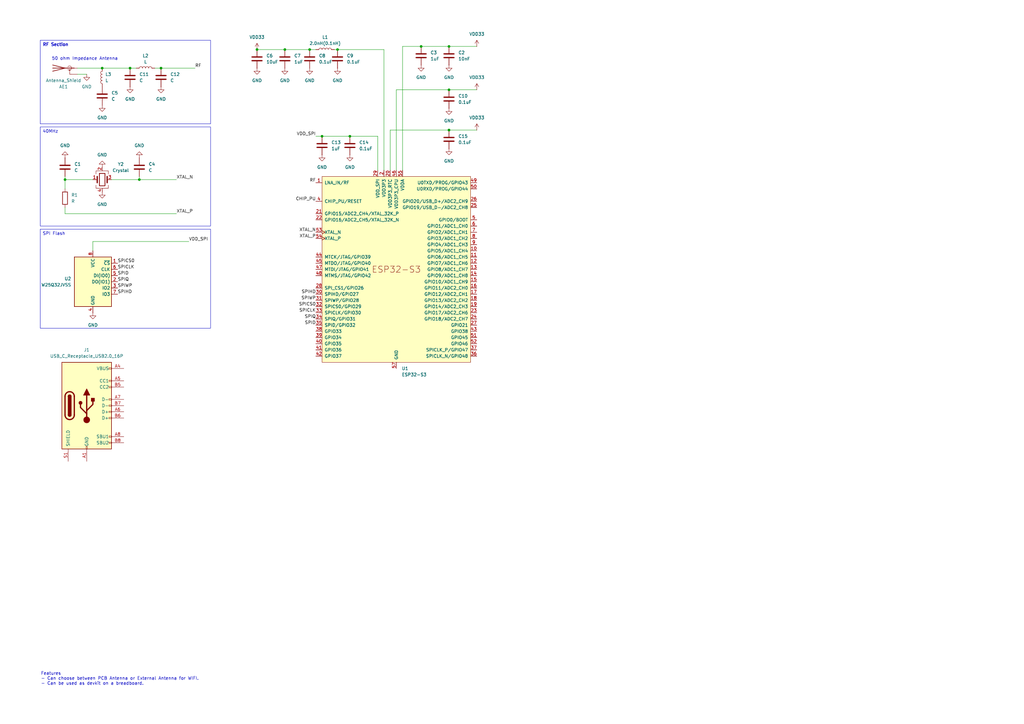
<source format=kicad_sch>
(kicad_sch (version 20231120) (generator "eeschema") (generator_version "8.0")
  (paper "A3")
  (title_block (title "SAC25 Ground Station") (company "Chulalongkorn University High Altitude Research Club"))
  (lib_symbols
    (symbol "Connector:USB_C_Receptacle_USB2.0_16P" (pin_names (offset 1.016))
      (property "Reference" "J" (at 0 22.225 0))
      (property "Value" "USB_C_Receptacle_USB2.0_16P" (at 0 19.685 0))
      (symbol "USB_C_Receptacle_USB2.0_16P_0_0"
        (rectangle (start -0.254 -17.78) (end 0.254 -16.764))
        (rectangle (start 10.16 -14.986) (end 9.144 -15.494))
        (rectangle (start 10.16 -12.446) (end 9.144 -12.954))
        (rectangle (start 10.16 -4.826) (end 9.144 -5.334))
        (rectangle (start 10.16 -2.286) (end 9.144 -2.794))
        (rectangle (start 10.16 0.254) (end 9.144 -0.254))
        (rectangle (start 10.16 2.794) (end 9.144 2.286))
        (rectangle (start 10.16 7.874) (end 9.144 7.366))
        (rectangle (start 10.16 10.414) (end 9.144 9.906))
        (rectangle (start 10.16 15.494) (end 9.144 14.986))
      )
      (symbol "USB_C_Receptacle_USB2.0_16P_0_1"
        (rectangle (start -10.16 17.78) (end 10.16 -17.78) (stroke (width 0.254)) (fill (type background)))
        (arc (start -8.89 -3.81) (mid -6.985 -5.7067) (end -5.08 -3.81) (stroke (width 0.508)))
        (arc (start -7.62 -3.81) (mid -6.985 -4.4423) (end -6.35 -3.81) (stroke (width 0.254)))
        (arc (start -7.62 -3.81) (mid -6.985 -4.4423) (end -6.35 -3.81) (stroke (width 0.254)) (fill (type outline)))
        (rectangle (start -7.62 -3.81) (end -6.35 3.81) (stroke (width 0.254)) (fill (type outline)))
        (arc (start -6.35 3.81) (mid -6.985 4.4423) (end -7.62 3.81) (stroke (width 0.254)))
        (arc (start -6.35 3.81) (mid -6.985 4.4423) (end -7.62 3.81) (stroke (width 0.254)) (fill (type outline)))
        (arc (start -5.08 3.81) (mid -6.985 5.7067) (end -8.89 3.81) (stroke (width 0.508)))
        (circle (center -2.54 1.143) (radius 0.635) (stroke (width 0.254)) (fill (type outline)))
        (circle (center 0 -5.842) (radius 1.27) (fill (type outline)))
        (polyline (pts (xy -8.89 -3.81) (xy -8.89 3.81)) (stroke (width 0.508)))
        (polyline (pts (xy -5.08 3.81) (xy -5.08 -3.81)) (stroke (width 0.508)))
        (polyline (pts (xy 0 -5.842) (xy 0 4.318)) (stroke (width 0.508)))
        (polyline (pts (xy 0 -3.302) (xy -2.54 -0.762) (xy -2.54 0.508)) (stroke (width 0.508)))
        (polyline (pts (xy 0 -2.032) (xy 2.54 0.508) (xy 2.54 1.778)) (stroke (width 0.508)))
        (polyline (pts (xy -1.27 4.318) (xy 0 6.858) (xy 1.27 4.318) (xy -1.27 4.318)) (stroke (width 0.254)) (fill (type outline)))
        (rectangle (start 1.905 1.778) (end 3.175 3.048) (stroke (width 0.254)) (fill (type outline)))
      )
      (symbol "USB_C_Receptacle_USB2.0_16P_1_1"
        (pin passive line (at 0 -22.86 90) (length 5.08) (name "GND") (number "A1"))
        (pin passive line (at 0 -22.86 90) (length 5.08) hide (name "GND") (number "A12"))
        (pin passive line (at 15.24 15.24 180) (length 5.08) (name "VBUS") (number "A4"))
        (pin bidirectional line (at 15.24 10.16 180) (length 5.08) (name "CC1") (number "A5"))
        (pin bidirectional line (at 15.24 -2.54 180) (length 5.08) (name "D+") (number "A6"))
        (pin bidirectional line (at 15.24 2.54 180) (length 5.08) (name "D-") (number "A7"))
        (pin bidirectional line (at 15.24 -12.7 180) (length 5.08) (name "SBU1") (number "A8"))
        (pin passive line (at 15.24 15.24 180) (length 5.08) hide (name "VBUS") (number "A9"))
        (pin passive line (at 0 -22.86 90) (length 5.08) hide (name "GND") (number "B1"))
        (pin passive line (at 0 -22.86 90) (length 5.08) hide (name "GND") (number "B12"))
        (pin passive line (at 15.24 15.24 180) (length 5.08) hide (name "VBUS") (number "B4"))
        (pin bidirectional line (at 15.24 7.62 180) (length 5.08) (name "CC2") (number "B5"))
        (pin bidirectional line (at 15.24 -5.08 180) (length 5.08) (name "D+") (number "B6"))
        (pin bidirectional line (at 15.24 0 180) (length 5.08) (name "D-") (number "B7"))
        (pin bidirectional line (at 15.24 -15.24 180) (length 5.08) (name "SBU2") (number "B8"))
        (pin passive line (at 15.24 15.24 180) (length 5.08) hide (name "VBUS") (number "B9"))
        (pin passive line (at -7.62 -22.86 90) (length 5.08) (name "SHIELD") (number "S1"))
      )
    )
    (symbol "Device:Antenna_Shield" (pin_numbers hide) (pin_names (offset 1.016) hide)
      (property "Reference" "AE" (at -1.905 4.445 0))
      (property "Value" "Antenna_Shield" (at -1.905 2.54 0))
      (symbol "Antenna_Shield_0_1"
        (arc (start -0.508 -1.143) (mid -0.8429 -2.1194) (end 0 -2.667))
        (arc (start 0 -2.667) (mid 0.7989 -2.1052) (end 0.508 -1.143))
        (polyline (pts (xy 0 -2.54) (xy 0 0)))
        (polyline (pts (xy 0 5.08) (xy 0 -3.81)) (stroke (width 0.254)))
        (polyline (pts (xy 0.762 -1.905) (xy 2.54 -1.905)))
        (polyline (pts (xy 2.54 -2.54) (xy 2.54 -1.905)))
        (polyline (pts (xy 1.27 5.08) (xy 0 0) (xy -1.27 5.08)) (stroke (width 0.254)))
        (circle (center 0.762 -1.905) (radius 0.1778) (fill (type outline)))
      )
      (symbol "Antenna_Shield_1_1"
        (pin input line (at 0 -5.08 90) (length 2.54) (name "A") (number "1"))
        (pin input line (at 2.54 -5.08 90) (length 2.54) (name "Shield") (number "2"))
      )
    )
    (symbol "Device:C" (pin_numbers hide) (pin_names (offset 0.254))
      (property "Reference" "C" (at 0.635 2.54 0))
      (property "Value" "C" (at 0.635 -2.54 0))
      (symbol "C_0_1"
        (polyline (pts (xy -2.032 -0.762) (xy 2.032 -0.762)) (stroke (width 0.508)))
        (polyline (pts (xy -2.032 0.762) (xy 2.032 0.762)) (stroke (width 0.508)))
      )
      (symbol "C_1_1"
        (pin passive line (at 0 3.81 270) (length 2.794) (name "~") (number "1"))
        (pin passive line (at 0 -3.81 90) (length 2.794) (name "~") (number "2"))
      )
    )
    (symbol "Device:Crystal_GND24" (pin_names (offset 1.016) hide)
      (property "Reference" "Y" (at 3.175 5.08 0))
      (property "Value" "Crystal_GND24" (at 3.175 3.175 0))
      (symbol "Crystal_GND24_0_1"
        (rectangle (start -1.143 2.54) (end 1.143 -2.54) (stroke (width 0.3048)))
        (polyline (pts (xy -2.54 0) (xy -2.032 0)))
        (polyline (pts (xy -2.032 -1.27) (xy -2.032 1.27)) (stroke (width 0.508)))
        (polyline (pts (xy 0 -3.81) (xy 0 -3.556)))
        (polyline (pts (xy 0 3.556) (xy 0 3.81)))
        (polyline (pts (xy 2.032 -1.27) (xy 2.032 1.27)) (stroke (width 0.508)))
        (polyline (pts (xy 2.032 0) (xy 2.54 0)))
        (polyline (pts (xy -2.54 -2.286) (xy -2.54 -3.556) (xy 2.54 -3.556) (xy 2.54 -2.286)))
        (polyline (pts (xy -2.54 2.286) (xy -2.54 3.556) (xy 2.54 3.556) (xy 2.54 2.286)))
      )
      (symbol "Crystal_GND24_1_1"
        (pin passive line (at -3.81 0 0) (length 1.27) (name "1") (number "1"))
        (pin passive line (at 0 5.08 270) (length 1.27) (name "2") (number "2"))
        (pin passive line (at 3.81 0 180) (length 1.27) (name "3") (number "3"))
        (pin passive line (at 0 -5.08 90) (length 1.27) (name "4") (number "4"))
      )
    )
    (symbol "Device:L" (pin_numbers hide) (pin_names (offset 1.016) hide)
      (property "Reference" "L" (at -1.27 0 90))
      (property "Value" "L" (at 1.905 0 90))
      (symbol "L_0_1"
        (arc (start 0 -2.54) (mid 0.6323 -1.905) (end 0 -1.27))
        (arc (start 0 -1.27) (mid 0.6323 -0.635) (end 0 0))
        (arc (start 0 0) (mid 0.6323 0.635) (end 0 1.27))
        (arc (start 0 1.27) (mid 0.6323 1.905) (end 0 2.54))
      )
      (symbol "L_1_1"
        (pin passive line (at 0 3.81 270) (length 1.27) (name "1") (number "1"))
        (pin passive line (at 0 -3.81 90) (length 1.27) (name "2") (number "2"))
      )
    )
    (symbol "Device:R" (pin_numbers hide) (pin_names (offset 0))
      (property "Reference" "R" (at 2.032 0 90))
      (property "Value" "R" (at 0 0 90))
      (symbol "R_0_1"
        (rectangle (start -1.016 -2.54) (end 1.016 2.54) (stroke (width 0.254)))
      )
      (symbol "R_1_1"
        (pin passive line (at 0 3.81 270) (length 1.27) (name "~") (number "1"))
        (pin passive line (at 0 -3.81 90) (length 1.27) (name "~") (number "2"))
      )
    )
    (symbol "Memory_Flash:W25Q32JVSS"
      (property "Reference" "U" (at -6.35 11.43 0))
      (property "Value" "W25Q32JVSS" (at 7.62 11.43 0))
      (symbol "W25Q32JVSS_0_1"
        (rectangle (start -7.62 10.16) (end 7.62 -10.16) (stroke (width 0.254)) (fill (type background)))
      )
      (symbol "W25Q32JVSS_1_1"
        (pin input line (at -10.16 7.62 0) (length 2.54) (name "~{CS}") (number "1"))
        (pin bidirectional line (at -10.16 0 0) (length 2.54) (name "DO(IO1)") (number "2"))
        (pin bidirectional line (at -10.16 -2.54 0) (length 2.54) (name "IO2") (number "3"))
        (pin power_in line (at 0 -12.7 90) (length 2.54) (name "GND") (number "4"))
        (pin bidirectional line (at -10.16 2.54 0) (length 2.54) (name "DI(IO0)") (number "5"))
        (pin input line (at -10.16 5.08 0) (length 2.54) (name "CLK") (number "6"))
        (pin bidirectional line (at -10.16 -5.08 0) (length 2.54) (name "IO3") (number "7"))
        (pin power_in line (at 0 12.7 270) (length 2.54) (name "VCC") (number "8"))
      )
    )
    (symbol "PCM_Espressif:ESP32-S3" (pin_names (offset 1.016))
      (property "Reference" "U" (at -30.48 43.18 0))
      (property "Value" "ESP32-S3" (at -30.48 40.64 0))
      (symbol "ESP32-S3_0_0"
        (text "ESP32-S3" (at 0 0 0) (effects (font (size 2.54 2.54))))
        (pin bidirectional line (at 33.02 -35.56 180) (length 2.54) (name "SPICLK_N/GPIO48") (number "36"))
        (pin bidirectional line (at 33.02 -33.02 180) (length 2.54) (name "SPICLK_P/GPIO47") (number "37"))
      )
      (symbol "ESP32-S3_0_1"
        (rectangle (start -30.48 38.1) (end 30.48 -38.1) (fill (type background)))
      )
      (symbol "ESP32-S3_1_1"
        (pin bidirectional line (at -33.02 35.56 0) (length 2.54) (name "LNA_IN/RF") (number "1"))
        (pin bidirectional line (at 33.02 7.62 180) (length 2.54) (name "GPIO5/ADC1_CH4") (number "10"))
        (pin bidirectional line (at 33.02 5.08 180) (length 2.54) (name "GPIO6/ADC1_CH5") (number "11"))
        (pin bidirectional line (at 33.02 2.54 180) (length 2.54) (name "GPIO7/ADC1_CH6") (number "12"))
        (pin bidirectional line (at 33.02 0 180) (length 2.54) (name "GPIO8/ADC1_CH7") (number "13"))
        (pin bidirectional line (at 33.02 -2.54 180) (length 2.54) (name "GPIO9/ADC1_CH8") (number "14"))
        (pin bidirectional line (at 33.02 -5.08 180) (length 2.54) (name "GPIO10/ADC1_CH9") (number "15"))
        (pin bidirectional line (at 33.02 -7.62 180) (length 2.54) (name "GPIO11/ADC2_CH0") (number "16"))
        (pin bidirectional line (at 33.02 -10.16 180) (length 2.54) (name "GPIO12/ADC2_CH1") (number "17"))
        (pin bidirectional line (at 33.02 -12.7 180) (length 2.54) (name "GPIO13/ADC2_CH2") (number "18"))
        (pin bidirectional line (at 33.02 -15.24 180) (length 2.54) (name "GPIO14/ADC2_CH3") (number "19"))
        (pin power_in line (at -5.08 40.64 270) (length 2.54) (name "VDD3P3") (number "2"))
        (pin power_in line (at -2.54 40.64 270) (length 2.54) (name "VDD3P3_RTC") (number "20"))
        (pin bidirectional line (at -33.02 22.86 0) (length 2.54) (name "GPIO15/ADC2_CH4/XTAL_32K_P") (number "21"))
        (pin bidirectional line (at -33.02 20.32 0) (length 2.54) (name "GPIO16/ADC2_CH5/XTAL_32K_N") (number "22"))
        (pin bidirectional line (at 33.02 -17.78 180) (length 2.54) (name "GPIO17/ADC2_CH6") (number "23"))
        (pin bidirectional line (at 33.02 -20.32 180) (length 2.54) (name "GPIO18/ADC2_CH7") (number "24"))
        (pin bidirectional line (at 33.02 25.4 180) (length 2.54) (name "GPIO19/USB_D-/ADC2_CH8") (number "25"))
        (pin bidirectional line (at 33.02 27.94 180) (length 2.54) (name "GPIO20/USB_D+/ADC2_CH9") (number "26"))
        (pin bidirectional line (at 33.02 -22.86 180) (length 2.54) (name "GPIO21") (number "27"))
        (pin bidirectional line (at -33.02 -7.62 0) (length 2.54) (name "SPI_CS1/GPIO26") (number "28"))
        (pin power_out line (at -7.62 40.64 270) (length 2.54) (name "VDD_SPI") (number "29"))
        (pin power_in line (at -5.08 40.64 270) (length 2.54) hide (name "VDD3P3") (number "3"))
        (pin bidirectional line (at -33.02 -10.16 0) (length 2.54) (name "SPIHD/GPIO27") (number "30"))
        (pin bidirectional line (at -33.02 -12.7 0) (length 2.54) (name "SPIWP/GPIO28") (number "31"))
        (pin bidirectional line (at -33.02 -15.24 0) (length 2.54) (name "SPICS0/GPIO29") (number "32"))
        (pin bidirectional line (at -33.02 -17.78 0) (length 2.54) (name "SPICLK/GPIO30") (number "33"))
        (pin bidirectional line (at -33.02 -20.32 0) (length 2.54) (name "SPIQ/GPIO31") (number "34"))
        (pin bidirectional line (at -33.02 -22.86 0) (length 2.54) (name "SPID/GPIO32") (number "35"))
        (pin bidirectional line (at -33.02 -25.4 0) (length 2.54) (name "GPIO33") (number "38"))
        (pin bidirectional line (at -33.02 -27.94 0) (length 2.54) (name "GPIO34") (number "39"))
        (pin input line (at -33.02 27.94 0) (length 2.54) (name "CHIP_PU/RESET") (number "4"))
        (pin bidirectional line (at -33.02 -30.48 0) (length 2.54) (name "GPIO35") (number "40"))
        (pin bidirectional line (at -33.02 -33.02 0) (length 2.54) (name "GPIO36") (number "41"))
        (pin bidirectional line (at -33.02 -35.56 0) (length 2.54) (name "GPIO37") (number "42"))
        (pin bidirectional line (at 33.02 -25.4 180) (length 2.54) (name "GPIO38") (number "43"))
        (pin bidirectional line (at -33.02 5.08 0) (length 2.54) (name "MTCK/JTAG/GPIO39") (number "44"))
        (pin bidirectional line (at -33.02 2.54 0) (length 2.54) (name "MTDO/JTAG/GPIO40") (number "45"))
        (pin power_in line (at 0 40.64 270) (length 2.54) (name "VDD3P3_CPU") (number "46"))
        (pin bidirectional line (at -33.02 0 0) (length 2.54) (name "MTDI/JTAG/GPIO41") (number "47"))
        (pin bidirectional line (at -33.02 -2.54 0) (length 2.54) (name "MTMS/JTAG/GPIO42") (number "48"))
        (pin bidirectional line (at 33.02 35.56 180) (length 2.54) (name "U0TXD/PROG/GPIO43") (number "49"))
        (pin bidirectional line (at 33.02 20.32 180) (length 2.54) (name "GPIO0/BOOT") (number "5"))
        (pin bidirectional line (at 33.02 33.02 180) (length 2.54) (name "U0RXD/PROG/GPIO44") (number "50"))
        (pin bidirectional line (at 33.02 -27.94 180) (length 2.54) (name "GPIO45") (number "51"))
        (pin bidirectional line (at 33.02 -30.48 180) (length 2.54) (name "GPIO46") (number "52"))
        (pin input clock (at -33.02 15.24 0) (length 2.54) (name "XTAL_N") (number "53"))
        (pin output clock (at -33.02 12.7 0) (length 2.54) (name "XTAL_P") (number "54"))
        (pin power_in line (at 2.54 40.64 270) (length 2.54) (name "VDDA") (number "55"))
        (pin passive line (at 2.54 40.64 270) (length 2.54) hide (name "VDDA") (number "56"))
        (pin power_in line (at 0 -40.64 90) (length 2.54) (name "GND") (number "57"))
        (pin bidirectional line (at 33.02 17.78 180) (length 2.54) (name "GPIO1/ADC1_CH0") (number "6"))
        (pin bidirectional line (at 33.02 15.24 180) (length 2.54) (name "GPIO2/ADC1_CH1") (number "7"))
        (pin bidirectional line (at 33.02 12.7 180) (length 2.54) (name "GPIO3/ADC1_CH2") (number "8"))
        (pin bidirectional line (at 33.02 10.16 180) (length 2.54) (name "GPIO4/ADC1_CH3") (number "9"))
      )
    )
    (symbol "power:GND" (power) (pin_numbers hide) (pin_names (offset 0) hide)
      (property "Value" "GND" (at 0 -3.81 0))
      (symbol "GND_0_1"
        (polyline (pts (xy 0 0) (xy 0 -1.27) (xy 1.27 -1.27) (xy 0 -2.54) (xy -1.27 -1.27) (xy 0 -1.27)))
      )
      (symbol "GND_1_1"
        (pin power_in line (at 0 0 270) (length 0) (name "~") (number "1"))
      )
    )
    (symbol "power:VDD" (power) (pin_numbers hide) (pin_names (offset 0) hide)
      (property "Value" "VDD" (at 0 3.556 0))
      (symbol "VDD_0_1"
        (polyline (pts (xy -0.762 1.27) (xy 0 2.54)))
        (polyline (pts (xy 0 0) (xy 0 2.54)))
        (polyline (pts (xy 0 2.54) (xy 0.762 1.27)))
      )
      (symbol "VDD_1_1"
        (pin power_in line (at 0 0 90) (length 0) (name "~") (number "1"))
      )
    )
  )
  (junction (at 26.67 73.66))
  (junction (at 143.51 55.88))
  (junction (at 184.15 53.34))
  (junction (at 41.91 27.94))
  (junction (at 66.04 27.94))
  (junction (at 172.72 19.05))
  (junction (at 184.15 19.05))
  (junction (at 57.15 73.66))
  (junction (at 132.08 55.88))
  (junction (at 127 20.32))
  (junction (at 105.41 20.32))
  (junction (at 184.15 36.83))
  (junction (at 116.84 20.32))
  (junction (at 138.43 20.32))
  (junction (at 53.34 27.94))
  (wire (pts (xy 184.15 36.83) (xy 195.58 36.83)))
  (wire (pts (xy 137.16 20.32) (xy 138.43 20.32)))
  (wire (pts (xy 184.15 19.05) (xy 195.58 19.05)))
  (wire (pts (xy 129.54 20.32) (xy 127 20.32)))
  (wire (pts (xy 66.04 27.94) (xy 80.01 27.94)))
  (wire (pts (xy 162.56 69.85) (xy 162.56 36.83)))
  (wire (pts (xy 26.67 72.39) (xy 26.67 73.66)))
  (wire (pts (xy 172.72 19.05) (xy 184.15 19.05)))
  (wire (pts (xy 57.15 73.66) (xy 72.39 73.66)))
  (wire (pts (xy 132.08 55.88) (xy 143.51 55.88)))
  (wire (pts (xy 57.15 72.39) (xy 57.15 73.66)))
  (wire (pts (xy 45.72 73.66) (xy 57.15 73.66)))
  (wire (pts (xy 26.67 73.66) (xy 26.67 77.47)))
  (wire (pts (xy 160.02 53.34) (xy 184.15 53.34)))
  (wire (pts (xy 38.1 102.87) (xy 38.1 99.06)))
  (wire (pts (xy 154.94 55.88) (xy 154.94 69.85)))
  (wire (pts (xy 143.51 55.88) (xy 154.94 55.88)))
  (wire (pts (xy 72.39 87.63) (xy 26.67 87.63)))
  (wire (pts (xy 38.1 99.06) (xy 77.47 99.06)))
  (wire (pts (xy 184.15 53.34) (xy 195.58 53.34)))
  (wire (pts (xy 162.56 36.83) (xy 184.15 36.83)))
  (wire (pts (xy 160.02 69.85) (xy 160.02 53.34)))
  (wire (pts (xy 165.1 19.05) (xy 172.72 19.05)))
  (wire (pts (xy 157.48 69.85) (xy 157.48 20.32)))
  (wire (pts (xy 26.67 73.66) (xy 38.1 73.66)))
  (wire (pts (xy 53.34 27.94) (xy 55.88 27.94)))
  (wire (pts (xy 41.91 27.94) (xy 53.34 27.94)))
  (wire (pts (xy 105.41 20.32) (xy 116.84 20.32)))
  (wire (pts (xy 165.1 19.05) (xy 165.1 69.85)))
  (wire (pts (xy 116.84 20.32) (xy 127 20.32)))
  (wire (pts (xy 66.04 27.94) (xy 63.5 27.94)))
  (wire (pts (xy 26.67 87.63) (xy 26.67 85.09)))
  (wire (pts (xy 31.75 27.94) (xy 41.91 27.94)))
  (wire (pts (xy 31.75 30.48) (xy 35.56 30.48)))
  (wire (pts (xy 129.54 55.88) (xy 132.08 55.88)))
  (wire (pts (xy 138.43 20.32) (xy 157.48 20.32)))
  (text_box "SPI Flash" (at 16.51 93.98 0) (size 69.85 40.64) (effects (font (size 1.27 1.27)) (justify left top)))
  (text_box "40MHz\n" (at 16.51 52.07 0) (size 69.85 40.64) (effects (font (size 1.27 1.27)) (justify left top)))
  (text_box "RF Section\n" (at 16.51 16.51 0) (size 69.85 34.29) (effects (font (size 1.27 1.27) (thickness 0.254) (bold yes)) (justify left top)))
  (text "Features\n- Can choose between PCB Antenna or External Antenna for WIFI.\n- Can be used as devkit on a breadboard.\n" (at 16.764 278.384 0) (effects (font (size 1.27 1.27)) (justify left)))
  (text "50 ohm Impedance Antenna\n" (at 34.798 24.13 0) (effects (font (size 1.27 1.27))))
  (label "RF" (at 80.01 27.94 0))
  (label "SPICLK" (at 48.26 110.49 0))
  (label "SPICLK" (at 129.54 128.27 180))
  (label "XTAL_N" (at 72.39 73.66 0))
  (label "SPICS0" (at 48.26 107.95 0))
  (label "RF" (at 129.54 74.93 180))
  (label "SPICS0" (at 129.54 125.73 180))
  (label "SPID" (at 129.54 133.35 180))
  (label "SPIWP" (at 48.26 118.11 0))
  (label "SPIQ" (at 129.54 130.81 180))
  (label "SPIHD" (at 48.26 120.65 0))
  (label "SPID" (at 48.26 113.03 0))
  (label "VDD_SPI" (at 77.47 99.06 0))
  (label "SPIQ" (at 48.26 115.57 0))
  (label "SPIHD" (at 129.54 120.65 180))
  (label "XTAL_N" (at 129.54 95.25 180))
  (label "XTAL_P" (at 72.39 87.63 0))
  (label "XTAL_P" (at 129.54 97.79 180))
  (label "CHIP_PU" (at 129.54 82.55 180))
  (label "SPIWP" (at 129.54 123.19 180))
  (label "VDD_SPI" (at 129.54 55.88 180))
  (symbol (lib_id "power:GND") (at 26.67 64.77 180) (unit 1)
    (property "Reference" "#PWR07" (effects (hide yes)))
    (property "Value" "GND" (at 26.67 59.69 0))
    (property "Description" "Power symbol creates a global label with name \"GND\" , ground" (effects (hide yes)))
  )
  (symbol (lib_id "Device:Antenna_Shield") (at 26.67 27.94 90) (mirror x) (unit 1)
    (property "Reference" "AE1" (at 26.035 35.56 90))
    (property "Value" "Antenna_Shield" (at 26.035 33.02 90))
    (property "Description" "Antenna with extra pin for shielding" (effects (hide yes)))
  )
  (symbol (lib_id "Device:Crystal_GND24") (at 41.91 73.66 0) (unit 1)
    (property "Reference" "Y2" (at 49.53 67.3414 0))
    (property "Value" "Crystal" (at 49.53 69.8814 0))
    (property "Description" "Four pin crystal, GND on pins 2 and 4" (effects (hide yes)))
  )
  (symbol (lib_id "power:GND") (at 127 27.94 0) (unit 1)
    (property "Reference" "#PWR019" (effects (hide yes)))
    (property "Value" "GND" (at 127 33.02 0))
    (property "Description" "Power symbol creates a global label with name \"GND\" , ground" (effects (hide yes)))
  )
  (symbol (lib_id "Device:C") (at 127 24.13 0) (unit 1)
    (property "Reference" "C8" (at 130.81 22.8599 0) (effects (justify left)))
    (property "Value" "0.1uF" (at 130.81 25.3999 0) (effects (justify left)))
    (property "Description" "Unpolarized capacitor" (effects (hide yes)))
  )
  (symbol (lib_id "power:GND") (at 53.34 35.56 0) (unit 1)
    (property "Reference" "#PWR01" (effects (hide yes)))
    (property "Value" "GND" (at 53.34 40.64 0))
    (property "Description" "Power symbol creates a global label with name \"GND\" , ground" (effects (hide yes)))
  )
  (symbol (lib_id "Device:L") (at 41.91 31.75 180) (unit 1)
    (property "Reference" "L3" (at 43.18 30.4799 0) (effects (justify right)))
    (property "Value" "L" (at 43.18 33.0199 0) (effects (justify right)))
    (property "Description" "Inductor" (effects (hide yes)))
  )
  (symbol (lib_id "power:GND") (at 57.15 64.77 180) (unit 1)
    (property "Reference" "#PWR08" (effects (hide yes)))
    (property "Value" "GND" (at 57.15 59.69 0))
    (property "Description" "Power symbol creates a global label with name \"GND\" , ground" (effects (hide yes)))
  )
  (symbol (lib_id "power:GND") (at 132.08 63.5 0) (unit 1)
    (property "Reference" "#PWR021" (effects (hide yes)))
    (property "Value" "GND" (at 132.08 68.58 0))
    (property "Description" "Power symbol creates a global label with name \"GND\" , ground" (effects (hide yes)))
  )
  (symbol (lib_id "Device:C") (at 184.15 40.64 0) (unit 1)
    (property "Reference" "C10" (at 187.96 39.3699 0) (effects (justify left)))
    (property "Value" "0.1uF" (at 187.96 41.9099 0) (effects (justify left)))
    (property "Description" "Unpolarized capacitor" (effects (hide yes)))
  )
  (symbol (lib_id "power:GND") (at 184.15 26.67 0) (unit 1)
    (property "Reference" "#PWR011" (effects (hide yes)))
    (property "Value" "GND" (at 184.15 31.75 0))
    (property "Description" "Power symbol creates a global label with name \"GND\" , ground" (effects (hide yes)))
  )
  (symbol (lib_id "power:GND") (at 35.56 30.48 0) (unit 1)
    (property "Reference" "#PWR04" (effects (hide yes)))
    (property "Value" "GND" (at 35.56 35.56 0))
    (property "Description" "Power symbol creates a global label with name \"GND\" , ground" (effects (hide yes)))
  )
  (symbol (lib_id "Device:C") (at 116.84 24.13 0) (unit 1)
    (property "Reference" "C7" (at 120.65 22.8599 0) (effects (justify left)))
    (property "Value" "1uF" (at 120.65 25.3999 0) (effects (justify left)))
    (property "Description" "Unpolarized capacitor" (effects (hide yes)))
  )
  (symbol (lib_id "Device:C") (at 26.67 68.58 0) (unit 1)
    (property "Reference" "C1" (at 30.48 67.3099 0) (effects (justify left)))
    (property "Value" "C" (at 30.48 69.8499 0) (effects (justify left)))
    (property "Description" "Unpolarized capacitor" (effects (hide yes)))
  )
  (symbol (lib_id "Memory_Flash:W25Q32JVSS") (at 38.1 115.57 0) (mirror y) (unit 1)
    (property "Reference" "U2" (at 29.21 114.2999 0) (effects (justify left)))
    (property "Value" "W25Q32JVSS" (at 29.21 116.8399 0) (effects (justify left)))
    (property "Footprint" "Package_SO:SOIC-8_5.23x5.23mm_P1.27mm" (effects (hide yes)))
    (property "Datasheet" "http://www.winbond.com/resource-files/w25q32jv%20revg%2003272018%20plus.pdf" (effects (hide yes)))
    (property "Description" "32Mb Serial Flash Memory, Standard/Dual/Quad SPI, SOIC-8" (effects (hide yes)))
  )
  (symbol (lib_id "power:VDD") (at 105.41 20.32 0) (unit 1)
    (property "Reference" "#PWR016" (effects (hide yes)))
    (property "Value" "VDD33" (at 105.41 15.24 0))
    (property "Description" "Power symbol creates a global label with name \"VDD\"" (effects (hide yes)))
  )
  (symbol (lib_id "Device:L") (at 133.35 20.32 90) (unit 1)
    (property "Reference" "L1" (at 133.35 15.24 90))
    (property "Value" "2.0nH(0.1nH)" (at 133.35 17.78 90))
    (property "Description" "Inductor" (effects (hide yes)))
  )
  (symbol (lib_id "Device:C") (at 105.41 24.13 0) (unit 1)
    (property "Reference" "C6" (at 109.22 22.8599 0) (effects (justify left)))
    (property "Value" "10uF" (at 109.22 25.3999 0) (effects (justify left)))
    (property "Description" "Unpolarized capacitor" (effects (hide yes)))
  )
  (symbol (lib_id "Device:C") (at 41.91 39.37 0) (unit 1)
    (property "Reference" "C5" (at 45.72 38.0999 0) (effects (justify left)))
    (property "Value" "C" (at 45.72 40.6399 0) (effects (justify left)))
    (property "Description" "Unpolarized capacitor" (effects (hide yes)))
  )
  (symbol (lib_id "power:VDD") (at 195.58 36.83 0) (unit 1)
    (property "Reference" "#PWR012" (effects (hide yes)))
    (property "Value" "VDD33" (at 195.58 31.75 0))
    (property "Description" "Power symbol creates a global label with name \"VDD\"" (effects (hide yes)))
  )
  (symbol (lib_id "Device:C") (at 66.04 31.75 0) (unit 1)
    (property "Reference" "C12" (at 69.85 30.4799 0) (effects (justify left)))
    (property "Value" "C" (at 69.85 33.0199 0) (effects (justify left)))
    (property "Description" "Unpolarized capacitor" (effects (hide yes)))
  )
  (symbol (lib_id "Device:C") (at 57.15 68.58 0) (unit 1)
    (property "Reference" "C4" (at 60.96 67.3099 0) (effects (justify left)))
    (property "Value" "C" (at 60.96 69.8499 0) (effects (justify left)))
    (property "Description" "Unpolarized capacitor" (effects (hide yes)))
  )
  (symbol (lib_id "power:GND") (at 184.15 60.96 0) (unit 1)
    (property "Reference" "#PWR014" (effects (hide yes)))
    (property "Value" "GND" (at 184.15 66.04 0))
    (property "Description" "Power symbol creates a global label with name \"GND\" , ground" (effects (hide yes)))
  )
  (symbol (lib_id "Connector:USB_C_Receptacle_USB2.0_16P") (at 35.56 166.37 0) (unit 1)
    (property "Reference" "J1" (at 35.56 143.51 0))
    (property "Value" "USB_C_Receptacle_USB2.0_16P" (at 35.56 146.05 0))
    (property "Datasheet" "https://www.usb.org/sites/default/files/documents/usb_type-c.zip" (effects (hide yes)))
    (property "Description" "USB 2.0-only 16P Type-C Receptacle connector" (effects (hide yes)))
  )
  (symbol (lib_id "Device:C") (at 172.72 22.86 0) (unit 1)
    (property "Reference" "C3" (at 176.53 21.5899 0) (effects (justify left)))
    (property "Value" "1uF" (at 176.53 24.1299 0) (effects (justify left)))
    (property "Description" "Unpolarized capacitor" (effects (hide yes)))
  )
  (symbol (lib_id "Device:L") (at 59.69 27.94 90) (unit 1)
    (property "Reference" "L2" (at 59.69 22.86 90))
    (property "Value" "L" (at 59.69 25.4 90))
    (property "Description" "Inductor" (effects (hide yes)))
  )
  (symbol (lib_id "power:GND") (at 38.1 128.27 0) (unit 1)
    (property "Reference" "#PWR023" (effects (hide yes)))
    (property "Value" "GND" (at 38.1 133.35 0))
    (property "Description" "Power symbol creates a global label with name \"GND\" , ground" (effects (hide yes)))
  )
  (symbol (lib_id "Device:C") (at 138.43 24.13 0) (unit 1)
    (property "Reference" "C9" (at 142.24 22.8599 0) (effects (justify left)))
    (property "Value" "0.1uF" (at 142.24 25.3999 0) (effects (justify left)))
    (property "Description" "Unpolarized capacitor" (effects (hide yes)))
  )
  (symbol (lib_id "power:GND") (at 172.72 26.67 0) (unit 1)
    (property "Reference" "#PWR010" (effects (hide yes)))
    (property "Value" "GND" (at 172.72 31.75 0))
    (property "Description" "Power symbol creates a global label with name \"GND\" , ground" (effects (hide yes)))
  )
  (symbol (lib_id "power:GND") (at 116.84 27.94 0) (unit 1)
    (property "Reference" "#PWR018" (effects (hide yes)))
    (property "Value" "GND" (at 116.84 33.02 0))
    (property "Description" "Power symbol creates a global label with name \"GND\" , ground" (effects (hide yes)))
  )
  (symbol (lib_id "power:VDD") (at 195.58 19.05 0) (unit 1)
    (property "Reference" "#PWR09" (effects (hide yes)))
    (property "Value" "VDD33" (at 195.58 13.97 0))
    (property "Description" "Power symbol creates a global label with name \"VDD\"" (effects (hide yes)))
  )
  (symbol (lib_id "Device:C") (at 184.15 22.86 0) (unit 1)
    (property "Reference" "C2" (at 187.96 21.5899 0) (effects (justify left)))
    (property "Value" "10nF" (at 187.96 24.1299 0) (effects (justify left)))
    (property "Description" "Unpolarized capacitor" (effects (hide yes)))
  )
  (symbol (lib_id "power:GND") (at 41.91 68.58 180) (unit 1)
    (property "Reference" "#PWR06" (effects (hide yes)))
    (property "Value" "GND" (at 41.91 63.5 0))
    (property "Description" "Power symbol creates a global label with name \"GND\" , ground" (effects (hide yes)))
  )
  (symbol (lib_id "PCM_Espressif:ESP32-S3") (at 162.56 110.49 0) (unit 1)
    (property "Reference" "U1" (at 164.7541 151.13 0) (effects (justify left)))
    (property "Value" "ESP32-S3" (at 164.7541 153.67 0) (effects (justify left)))
    (property "Footprint" "Package_DFN_QFN:QFN-56-1EP_7x7mm_P0.4mm_EP5.6x5.6mm" (effects (hide yes)))
    (property "Datasheet" "https://www.espressif.com/sites/default/files/documentation/esp32-s3_datasheet_en.pdf" (effects (hide yes)))
    (property "Description" "ESP32-S3 is a low-power MCU-based system-on-chip (SoC) that supports 2.4 GHz Wi-Fi and Bluetooth® Low Energy (Bluetooth LE). It consists of high-performance dual-core microprocessor (Xtensa® 32-bit LX7), a low power coprocessor, a Wi-Fi baseband, a Bluetooth LE baseband, RF module, and peripherals." (effects (hide yes)))
  )
  (symbol (lib_id "power:GND") (at 41.91 43.18 0) (unit 1)
    (property "Reference" "#PWR03" (effects (hide yes)))
    (property "Value" "GND" (at 41.91 48.26 0))
    (property "Description" "Power symbol creates a global label with name \"GND\" , ground" (effects (hide yes)))
  )
  (symbol (lib_id "power:GND") (at 66.04 35.56 0) (unit 1)
    (property "Reference" "#PWR02" (effects (hide yes)))
    (property "Value" "GND" (at 66.04 40.64 0))
    (property "Description" "Power symbol creates a global label with name \"GND\" , ground" (effects (hide yes)))
  )
  (symbol (lib_id "power:VDD") (at 195.58 53.34 0) (unit 1)
    (property "Reference" "#PWR015" (effects (hide yes)))
    (property "Value" "VDD33" (at 195.58 48.26 0))
    (property "Description" "Power symbol creates a global label with name \"VDD\"" (effects (hide yes)))
  )
  (symbol (lib_id "Device:R") (at 26.67 81.28 0) (unit 1)
    (property "Reference" "R1" (at 29.21 80.0099 0) (effects (justify left)))
    (property "Value" "R" (at 29.21 82.5499 0) (effects (justify left)))
    (property "Description" "Resistor" (effects (hide yes)))
  )
  (symbol (lib_id "Device:C") (at 53.34 31.75 0) (unit 1)
    (property "Reference" "C11" (at 57.15 30.4799 0) (effects (justify left)))
    (property "Value" "C" (at 57.15 33.0199 0) (effects (justify left)))
    (property "Description" "Unpolarized capacitor" (effects (hide yes)))
  )
  (symbol (lib_id "Device:C") (at 143.51 59.69 0) (unit 1)
    (property "Reference" "C14" (at 147.32 58.4199 0) (effects (justify left)))
    (property "Value" "0.1uF" (at 147.32 60.9599 0) (effects (justify left)))
    (property "Description" "Unpolarized capacitor" (effects (hide yes)))
  )
  (symbol (lib_id "power:GND") (at 184.15 44.45 0) (unit 1)
    (property "Reference" "#PWR013" (effects (hide yes)))
    (property "Value" "GND" (at 184.15 49.53 0))
    (property "Description" "Power symbol creates a global label with name \"GND\" , ground" (effects (hide yes)))
  )
  (symbol (lib_id "power:GND") (at 138.43 27.94 0) (unit 1)
    (property "Reference" "#PWR020" (effects (hide yes)))
    (property "Value" "GND" (at 138.43 33.02 0))
    (property "Description" "Power symbol creates a global label with name \"GND\" , ground" (effects (hide yes)))
  )
  (symbol (lib_id "Device:C") (at 184.15 57.15 0) (unit 1)
    (property "Reference" "C15" (at 187.96 55.8799 0) (effects (justify left)))
    (property "Value" "0.1uF" (at 187.96 58.4199 0) (effects (justify left)))
    (property "Description" "Unpolarized capacitor" (effects (hide yes)))
  )
  (symbol (lib_id "power:GND") (at 143.51 63.5 0) (unit 1)
    (property "Reference" "#PWR022" (effects (hide yes)))
    (property "Value" "GND" (at 143.51 68.58 0))
    (property "Description" "Power symbol creates a global label with name \"GND\" , ground" (effects (hide yes)))
  )
  (symbol (lib_id "power:GND") (at 105.41 27.94 0) (unit 1)
    (property "Reference" "#PWR017" (effects (hide yes)))
    (property "Value" "GND" (at 105.41 33.02 0))
    (property "Description" "Power symbol creates a global label with name \"GND\" , ground" (effects (hide yes)))
  )
  (symbol (lib_id "Device:C") (at 132.08 59.69 0) (unit 1)
    (property "Reference" "C13" (at 135.89 58.4199 0) (effects (justify left)))
    (property "Value" "1uF" (at 135.89 60.9599 0) (effects (justify left)))
    (property "Description" "Unpolarized capacitor" (effects (hide yes)))
  )
  (symbol (lib_id "power:GND") (at 41.91 78.74 0) (unit 1)
    (property "Reference" "#PWR05" (effects (hide yes)))
    (property "Value" "GND" (at 41.91 83.82 0))
    (property "Description" "Power symbol creates a global label with name \"GND\" , ground" (effects (hide yes)))
  )
)
</source>
